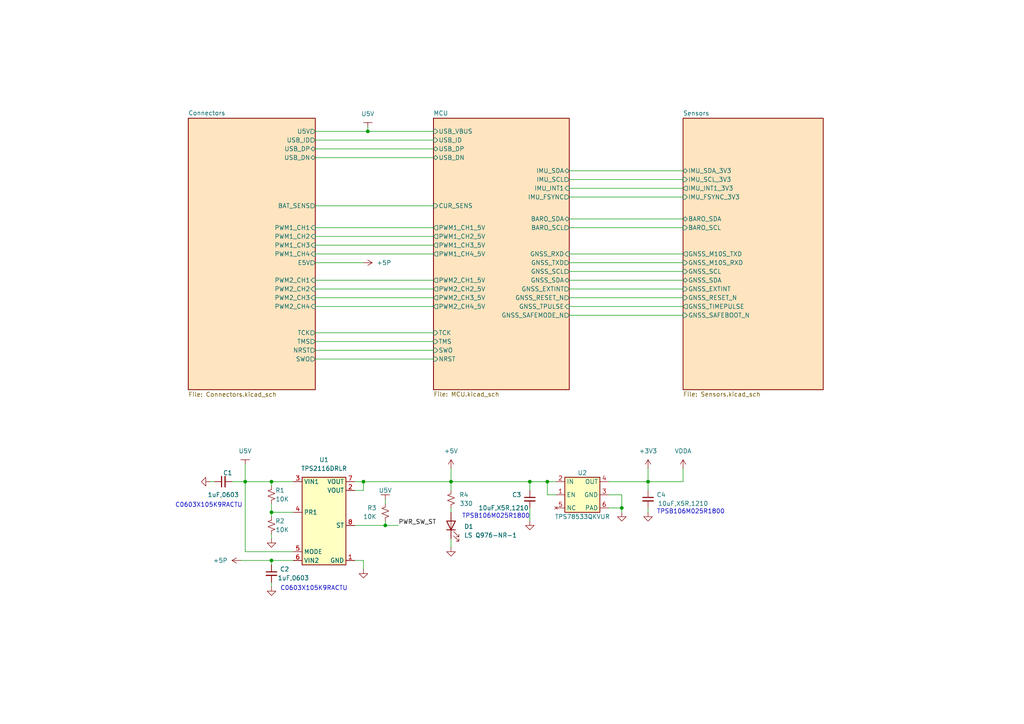
<source format=kicad_sch>
(kicad_sch (version 20230121) (generator eeschema)
  (paper "A4")
  (title_block (title "Flight Control Board") (date "2023-08-12") (rev "0.1"))
  (lib_symbols
    (symbol "Device:C_Small" (pin_numbers hide) (pin_names (offset 0.254) hide)
      (property "Reference" "C" (at 0.254 1.778 0))
      (property "Value" "C_Small" (at 0.254 -2.032 0))
      (symbol "C_Small_0_1"
        (polyline (pts (xy -1.524 -0.508) (xy 1.524 -0.508)) (stroke (width 0.3302)))
        (polyline (pts (xy -1.524 0.508) (xy 1.524 0.508)) (stroke (width 0.3048)))
      )
      (symbol "C_Small_1_1"
        (pin passive line (at 0 2.54 270) (length 2.032) (name "~") (number "1"))
        (pin passive line (at 0 -2.54 90) (length 2.032) (name "~") (number "2"))
      )
    )
    (symbol "Device:LED" (pin_numbers hide) (pin_names (offset 1.016) hide)
      (property "Reference" "D" (at 0 2.54 0))
      (property "Value" "LED" (at 0 -2.54 0))
      (symbol "LED_0_1"
        (polyline (pts (xy -1.27 -1.27) (xy -1.27 1.27)) (stroke (width 0.254)))
        (polyline (pts (xy -1.27 0) (xy 1.27 0)))
        (polyline (pts (xy 1.27 -1.27) (xy 1.27 1.27) (xy -1.27 0) (xy 1.27 -1.27)) (stroke (width 0.254)))
        (polyline (pts (xy -3.048 -0.762) (xy -4.572 -2.286) (xy -3.81 -2.286) (xy -4.572 -2.286) (xy -4.572 -1.524)))
        (polyline (pts (xy -1.778 -0.762) (xy -3.302 -2.286) (xy -2.54 -2.286) (xy -3.302 -2.286) (xy -3.302 -1.524)))
      )
      (symbol "LED_1_1"
        (pin passive line (at -3.81 0 0) (length 2.54) (name "K") (number "1"))
        (pin passive line (at 3.81 0 180) (length 2.54) (name "A") (number "2"))
      )
    )
    (symbol "Device:R_Small_US" (pin_numbers hide) (pin_names (offset 0.254) hide)
      (property "Reference" "R" (at 0.762 0.508 0))
      (property "Value" "R_Small_US" (at 0.762 -1.016 0))
      (symbol "R_Small_US_1_1"
        (polyline (pts (xy 0 0) (xy 1.016 -0.381) (xy 0 -0.762) (xy -1.016 -1.143) (xy 0 -1.524)))
        (polyline (pts (xy 0 1.524) (xy 1.016 1.143) (xy 0 0.762) (xy -1.016 0.381) (xy 0 0)))
        (pin passive line (at 0 2.54 270) (length 1.016) (name "~") (number "1"))
        (pin passive line (at 0 -2.54 90) (length 1.016) (name "~") (number "2"))
      )
    )
    (symbol "Drone_FCU:TPS2116"
      (property "Reference" "U1" (at 0 11.43 0))
      (property "Value" "TPS2116DRLR" (at 0 8.89 0))
      (symbol "TPS2116_1_1"
        (rectangle (start -6.35 6.35) (end 6.35 -19.05) (stroke (width 0.254)) (fill (type background)))
        (pin power_in line (at 8.89 -17.78 180) (length 2.54) (name "GND") (number "1"))
        (pin power_out line (at 8.89 2.54 180) (length 2.54) (name "VOUT") (number "2"))
        (pin power_in line (at -8.89 5.08 0) (length 2.54) (name "VIN1") (number "3"))
        (pin input line (at -8.89 -3.81 0) (length 2.54) (name "PR1") (number "4"))
        (pin input line (at -8.89 -15.24 0) (length 2.54) (name "MODE") (number "5"))
        (pin power_in line (at -8.89 -17.78 0) (length 2.54) (name "VIN2") (number "6"))
        (pin power_out line (at 8.89 5.08 180) (length 2.54) (name "VOUT") (number "7"))
        (pin output line (at 8.89 -7.62 180) (length 2.54) (name "ST") (number "8"))
      )
    )
    (symbol "Drone_FCU:TPS78533QKVUR"
      (property "Reference" "U" (at 0 5.08 0))
      (property "Value" "TPS78533QKVUR" (at 0 -7.62 0))
      (symbol "TPS78533QKVUR_1_1"
        (rectangle (start -5.08 3.81) (end 5.08 -6.35) (stroke (width 0.254)) (fill (type background)))
        (pin input line (at -7.62 -1.27 0) (length 2.54) (name "EN") (number "1"))
        (pin input line (at -7.62 2.54 0) (length 2.54) (name "IN") (number "2"))
        (pin power_out line (at 7.62 -1.27 180) (length 2.54) (name "GND") (number "3"))
        (pin power_out line (at 7.62 2.54 180) (length 2.54) (name "OUT") (number "4"))
        (pin no_connect line (at -7.62 -5.08 0) (length 2.54) (name "NC") (number "5"))
        (pin power_out line (at 7.62 -5.08 180) (length 2.54) (name "PAD") (number "6"))
      )
    )
    (symbol "Drone_FCU:U5V" (power) (in_bom no) (on_board no)
      (property "Value" "U5V" (at 0 0 0))
      (symbol "U5V_0_1"
        (polyline (pts (xy -1.27 -1.27) (xy 1.27 -1.27)))
        (polyline (pts (xy 0 -1.27) (xy 0 -2.54)))
      )
      (symbol "U5V_1_1"
        (pin power_in line (at 0 -2.54 90) (length 0) hide (name "U5V") (number "1"))
      )
    )
    (symbol "power:+3V3" (power) (pin_names (offset 0))
      (property "Value" "+3V3" (at 0 3.556 0))
      (symbol "+3V3_0_1"
        (polyline (pts (xy -0.762 1.27) (xy 0 2.54)))
        (polyline (pts (xy 0 0) (xy 0 2.54)))
        (polyline (pts (xy 0 2.54) (xy 0.762 1.27)))
      )
      (symbol "+3V3_1_1"
        (pin power_in line (at 0 0 90) (length 0) hide (name "+3V3") (number "1"))
      )
    )
    (symbol "power:+5P" (power) (pin_names (offset 0))
      (property "Value" "+5P" (at 0 3.556 0))
      (symbol "+5P_0_1"
        (polyline (pts (xy -0.762 1.27) (xy 0 2.54)))
        (polyline (pts (xy 0 0) (xy 0 2.54)))
        (polyline (pts (xy 0 2.54) (xy 0.762 1.27)))
      )
      (symbol "+5P_1_1"
        (pin power_in line (at 0 0 90) (length 0) hide (name "+5P") (number "1"))
      )
    )
    (symbol "power:+5V" (power) (pin_names (offset 0))
      (property "Value" "+5V" (at 0 3.556 0))
      (symbol "+5V_0_1"
        (polyline (pts (xy -0.762 1.27) (xy 0 2.54)))
        (polyline (pts (xy 0 0) (xy 0 2.54)))
        (polyline (pts (xy 0 2.54) (xy 0.762 1.27)))
      )
      (symbol "+5V_1_1"
        (pin power_in line (at 0 0 90) (length 0) hide (name "+5V") (number "1"))
      )
    )
    (symbol "power:GND" (power) (pin_names (offset 0))
      (property "Value" "GND" (at 0 -3.81 0))
      (symbol "GND_0_1"
        (polyline (pts (xy 0 0) (xy 0 -1.27) (xy 1.27 -1.27) (xy 0 -2.54) (xy -1.27 -1.27) (xy 0 -1.27)))
      )
      (symbol "GND_1_1"
        (pin power_in line (at 0 0 270) (length 0) hide (name "GND") (number "1"))
      )
    )
    (symbol "power:VDDA" (power) (pin_names (offset 0))
      (property "Value" "VDDA" (at 0 3.81 0))
      (symbol "VDDA_0_1"
        (polyline (pts (xy -0.762 1.27) (xy 0 2.54)))
        (polyline (pts (xy 0 0) (xy 0 2.54)))
        (polyline (pts (xy 0 2.54) (xy 0.762 1.27)))
      )
      (symbol "VDDA_1_1"
        (pin power_in line (at 0 0 90) (length 0) hide (name "VDDA") (number "1"))
      )
    )
  )
  (junction (at 78.74 139.7))
  (junction (at 130.81 139.7))
  (junction (at 105.41 139.7))
  (junction (at 106.68 38.1))
  (junction (at 153.67 139.7))
  (junction (at 187.96 139.7))
  (junction (at 71.12 139.7))
  (junction (at 78.74 148.59))
  (junction (at 180.34 147.32))
  (junction (at 78.74 162.56))
  (junction (at 158.75 139.7))
  (junction (at 111.76 152.4))
  (wire (pts (xy 165.1 63.5) (xy 198.12 63.5)))
  (wire (pts (xy 165.1 73.66) (xy 198.12 73.66)))
  (wire (pts (xy 187.96 139.7) (xy 187.96 142.24)))
  (wire (pts (xy 71.12 134.62) (xy 71.12 139.7)))
  (wire (pts (xy 165.1 88.9) (xy 198.12 88.9)))
  (wire (pts (xy 102.87 152.4) (xy 111.76 152.4)))
  (wire (pts (xy 71.12 139.7) (xy 78.74 139.7)))
  (wire (pts (xy 78.74 162.56) (xy 85.09 162.56)))
  (wire (pts (xy 176.53 147.32) (xy 180.34 147.32)))
  (wire (pts (xy 165.1 76.2) (xy 198.12 76.2)))
  (wire (pts (xy 91.44 73.66) (xy 125.73 73.66)))
  (wire (pts (xy 91.44 88.9) (xy 125.73 88.9)))
  (wire (pts (xy 91.44 40.64) (xy 125.73 40.64)))
  (wire (pts (xy 165.1 49.53) (xy 198.12 49.53)))
  (wire (pts (xy 91.44 59.69) (xy 125.73 59.69)))
  (wire (pts (xy 105.41 142.24) (xy 105.41 139.7)))
  (wire (pts (xy 180.34 143.51) (xy 180.34 147.32)))
  (wire (pts (xy 176.53 143.51) (xy 180.34 143.51)))
  (wire (pts (xy 91.44 83.82) (xy 125.73 83.82)))
  (wire (pts (xy 78.74 139.7) (xy 85.09 139.7)))
  (wire (pts (xy 187.96 139.7) (xy 187.96 135.89)))
  (wire (pts (xy 91.44 45.72) (xy 125.73 45.72)))
  (wire (pts (xy 130.81 139.7) (xy 130.81 142.24)))
  (wire (pts (xy 165.1 54.61) (xy 198.12 54.61)))
  (wire (pts (xy 91.44 81.28) (xy 125.73 81.28)))
  (wire (pts (xy 91.44 43.18) (xy 125.73 43.18)))
  (wire (pts (xy 91.44 38.1) (xy 106.68 38.1)))
  (wire (pts (xy 102.87 142.24) (xy 105.41 142.24)))
  (wire (pts (xy 78.74 168.91) (xy 78.74 170.18)))
  (wire (pts (xy 165.1 91.44) (xy 198.12 91.44)))
  (wire (pts (xy 165.1 78.74) (xy 198.12 78.74)))
  (wire (pts (xy 106.68 38.1) (xy 125.73 38.1)))
  (wire (pts (xy 111.76 152.4) (xy 115.57 152.4)))
  (wire (pts (xy 105.41 165.1) (xy 105.41 162.56)))
  (wire (pts (xy 161.29 143.51) (xy 158.75 143.51)))
  (wire (pts (xy 91.44 76.2) (xy 105.41 76.2)))
  (wire (pts (xy 91.44 99.06) (xy 125.73 99.06)))
  (wire (pts (xy 105.41 139.7) (xy 130.81 139.7)))
  (wire (pts (xy 130.81 147.32) (xy 130.81 148.59)))
  (wire (pts (xy 165.1 52.07) (xy 198.12 52.07)))
  (wire (pts (xy 187.96 147.32) (xy 187.96 148.59)))
  (wire (pts (xy 176.53 139.7) (xy 187.96 139.7)))
  (wire (pts (xy 78.74 146.05) (xy 78.74 148.59)))
  (wire (pts (xy 130.81 139.7) (xy 153.67 139.7)))
  (wire (pts (xy 153.67 139.7) (xy 153.67 142.24)))
  (wire (pts (xy 71.12 160.02) (xy 85.09 160.02)))
  (wire (pts (xy 71.12 139.7) (xy 71.12 160.02)))
  (wire (pts (xy 69.85 162.56) (xy 78.74 162.56)))
  (wire (pts (xy 102.87 139.7) (xy 105.41 139.7)))
  (wire (pts (xy 78.74 162.56) (xy 78.74 163.83)))
  (wire (pts (xy 130.81 156.21) (xy 130.81 158.75)))
  (wire (pts (xy 91.44 96.52) (xy 125.73 96.52)))
  (wire (pts (xy 198.12 135.89) (xy 198.12 139.7)))
  (wire (pts (xy 165.1 86.36) (xy 198.12 86.36)))
  (wire (pts (xy 78.74 139.7) (xy 78.74 140.97)))
  (wire (pts (xy 111.76 144.78) (xy 111.76 146.05)))
  (wire (pts (xy 165.1 81.28) (xy 198.12 81.28)))
  (wire (pts (xy 153.67 139.7) (xy 158.75 139.7)))
  (wire (pts (xy 91.44 86.36) (xy 125.73 86.36)))
  (wire (pts (xy 78.74 148.59) (xy 78.74 149.86)))
  (wire (pts (xy 111.76 151.13) (xy 111.76 152.4)))
  (wire (pts (xy 158.75 143.51) (xy 158.75 139.7)))
  (wire (pts (xy 78.74 154.94) (xy 78.74 156.21)))
  (wire (pts (xy 106.68 36.83) (xy 106.68 38.1)))
  (wire (pts (xy 130.81 135.89) (xy 130.81 139.7)))
  (wire (pts (xy 105.41 162.56) (xy 102.87 162.56)))
  (wire (pts (xy 187.96 139.7) (xy 198.12 139.7)))
  (wire (pts (xy 165.1 83.82) (xy 198.12 83.82)))
  (wire (pts (xy 153.67 147.32) (xy 153.67 151.13)))
  (wire (pts (xy 180.34 147.32) (xy 180.34 148.59)))
  (wire (pts (xy 62.23 139.7) (xy 60.96 139.7)))
  (wire (pts (xy 91.44 101.6) (xy 125.73 101.6)))
  (wire (pts (xy 165.1 66.04) (xy 198.12 66.04)))
  (wire (pts (xy 91.44 68.58) (xy 125.73 68.58)))
  (wire (pts (xy 67.31 139.7) (xy 71.12 139.7)))
  (wire (pts (xy 91.44 66.04) (xy 125.73 66.04)))
  (wire (pts (xy 91.44 71.12) (xy 125.73 71.12)))
  (wire (pts (xy 158.75 139.7) (xy 161.29 139.7)))
  (wire (pts (xy 78.74 148.59) (xy 85.09 148.59)))
  (wire (pts (xy 91.44 104.14) (xy 125.73 104.14)))
  (wire (pts (xy 165.1 57.15) (xy 198.12 57.15)))
  (text "TPSB106M025R1800" (at 190.5 149.225 0) (effects (font (size 1.27 1.27)) (justify left bottom)))
  (text "C0603X105K9RACTU " (at 50.8 147.32 0) (effects (font (size 1.27 1.27)) (justify left bottom)))
  (text "TPSB106M025R1800" (at 133.985 150.495 0) (effects (font (size 1.27 1.27)) (justify left bottom)))
  (text "C0603X105K9RACTU " (at 81.28 171.45 0) (effects (font (size 1.27 1.27)) (justify left bottom)))
  (label "PWR_SW_ST" (at 115.57 152.4 0))
  (symbol (lib_id "Device:C_Small") (at 153.67 144.78 0) (unit 1)
    (property "Reference" "C3" (at 149.86 143.51 0))
    (property "Value" "10uF,X5R,1210" (at 146.05 147.32 0))
    (property "Footprint" "Capacitor_Tantalum_SMD:CP_EIA-3528-21_Kemet-B_Pad1.50x2.35mm_HandSolder" (effects hide))
  )
  (symbol (lib_id "power:GND") (at 105.41 165.1 0) (unit 1)
    (property "Reference" "#PWR09" (effects hide))
    (property "Value" "GND" (effects hide))
  )
  (symbol (lib_id "Device:R_Small_US") (at 130.81 144.78 0) (mirror y) (unit 1)
    (property "Reference" "R4" (at 135.89 143.51 0) (effects (justify left)))
    (property "Value" "330" (at 137.16 146.05 0) (effects (justify left)))
    (property "Footprint" "Resistor_SMD:R_0603_1608Metric_Pad0.98x0.95mm_HandSolder" (effects hide))
  )
  (symbol (lib_id "Drone_FCU:TPS78533QKVUR") (at 168.91 142.24 0) (unit 1)
    (property "Reference" "U2" (at 168.91 137.16 0))
    (property "Value" "TPS78533QKVUR" (at 168.91 149.86 0))
    (property "Footprint" "Drone_FCU:TPS78533QKVUR" (effects hide))
    (property "Datasheet" "https://www.ti.com/lit/ds/symlink/tps785-q1.pdf?HQS=dis-mous-null-mousermode-dsf-pf-null-wwe&ts=1691991767925&ref_url=https%253A%252F%252Fwww.mouser.kr%252F" (effects hide))
  )
  (symbol (lib_id "power:GND") (at 187.96 148.59 0) (unit 1)
    (property "Reference" "#PWR017" (effects hide))
    (property "Value" "GND" (effects hide))
  )
  (symbol (lib_id "Drone_FCU:U5V") (at 71.12 132.08 0) (unit 1) (in_bom no) (on_board no)
    (property "Reference" "#PWR05" (effects hide))
    (property "Value" "U5V" (at 71.12 130.81 0))
  )
  (symbol (lib_id "power:GND") (at 78.74 156.21 0) (unit 1)
    (property "Reference" "#PWR03" (effects hide))
    (property "Value" "GND" (effects hide))
  )
  (symbol (lib_id "Device:R_Small_US") (at 111.76 148.59 0) (mirror y) (unit 1)
    (property "Reference" "R3" (at 109.22 147.32 0) (effects (justify left)))
    (property "Value" "10K" (at 109.22 149.86 0) (effects (justify left)))
    (property "Footprint" "Resistor_SMD:R_0603_1608Metric_Pad0.98x0.95mm_HandSolder" (effects hide))
  )
  (symbol (lib_id "power:GND") (at 60.96 139.7 270) (unit 1)
    (property "Reference" "#PWR010" (effects hide))
    (property "Value" "GND" (effects hide))
  )
  (symbol (lib_id "power:+3V3") (at 187.96 135.89 0) (unit 1)
    (property "Reference" "#PWR016" (effects hide))
    (property "Value" "+3V3" (at 187.96 130.81 0))
  )
  (symbol (lib_id "power:+5V") (at 130.81 135.89 0) (unit 1)
    (property "Reference" "#PWR018" (effects hide))
    (property "Value" "+5V" (at 130.81 130.81 0))
  )
  (symbol (lib_id "Drone_FCU:U5V") (at 106.68 34.29 0) (unit 1) (in_bom no) (on_board no)
    (property "Reference" "#PWR06" (effects hide))
    (property "Value" "U5V" (at 106.68 33.02 0))
  )
  (symbol (lib_id "power:GND") (at 180.34 148.59 0) (unit 1)
    (property "Reference" "#PWR015" (effects hide))
    (property "Value" "GND" (effects hide))
  )
  (symbol (lib_id "Device:C_Small") (at 187.96 144.78 0) (unit 1)
    (property "Reference" "C4" (at 191.77 143.51 0))
    (property "Value" "10uF,X5R,1210" (at 198.12 146.05 0))
    (property "Footprint" "Capacitor_Tantalum_SMD:CP_EIA-3528-21_Kemet-B_Pad1.50x2.35mm_HandSolder" (effects hide))
  )
  (symbol (lib_id "power:VDDA") (at 198.12 135.89 0) (unit 1)
    (property "Reference" "#PWR025" (effects hide))
    (property "Value" "VDDA" (at 198.12 130.81 0))
  )
  (symbol (lib_id "Device:C_Small") (at 64.77 139.7 90) (unit 1)
    (property "Reference" "C1" (at 66.04 137.16 90))
    (property "Value" "1uF,0603" (at 64.77 143.51 90))
    (property "Footprint" "Capacitor_SMD:C_0603_1608Metric_Pad1.08x0.95mm_HandSolder" (effects hide))
  )
  (symbol (lib_id "Device:LED") (at 130.81 152.4 90) (unit 1)
    (property "Reference" "D1" (at 134.62 152.7175 90) (effects (justify right)))
    (property "Value" "LS Q976-NR-1" (at 134.62 155.2575 90) (effects (justify right)))
    (property "Footprint" "Capacitor_SMD:C_0603_1608Metric_Pad1.08x0.95mm_HandSolder" (effects hide))
  )
  (symbol (lib_id "power:+5P") (at 69.85 162.56 90) (unit 1)
    (property "Reference" "#PWR046" (effects hide))
    (property "Value" "+5P" (at 66.04 162.56 90) (effects (justify left)))
  )
  (symbol (lib_id "power:+5P") (at 105.41 76.2 270) (unit 1)
    (property "Reference" "#PWR020" (effects hide))
    (property "Value" "+5P" (at 109.22 76.2 90) (effects (justify left)))
  )
  (symbol (lib_id "Device:C_Small") (at 78.74 166.37 0) (unit 1)
    (property "Reference" "C2" (at 82.55 165.1 0))
    (property "Value" "1uF,0603" (at 85.09 167.64 0))
    (property "Footprint" "Capacitor_SMD:C_0603_1608Metric_Pad1.08x0.95mm_HandSolder" (effects hide))
  )
  (symbol (lib_id "Drone_FCU:TPS2116") (at 93.98 144.78 0) (unit 1)
    (property "Reference" "U1" (at 93.98 133.35 0))
    (property "Value" "TPS2116DRLR" (at 93.98 135.89 0))
    (property "Footprint" "Drone_FCU:TPS2116DRLR" (effects hide))
    (property "Datasheet" "https://www.ti.com/lit/ds/symlink/tps2116.pdf?ts=1691745082327&ref_url=https%253A%252F%252Fwww.ti.com%252Fproduct%252FTPS2116" (effects hide))
  )
  (symbol (lib_id "Device:R_Small_US") (at 78.74 143.51 0) (mirror y) (unit 1)
    (property "Reference" "R1" (at 82.55 142.24 0) (effects (justify left)))
    (property "Value" "10K" (at 83.82 144.78 0) (effects (justify left)))
    (property "Footprint" "Resistor_SMD:R_0603_1608Metric_Pad0.98x0.95mm_HandSolder" (effects hide))
  )
  (symbol (lib_id "Device:R_Small_US") (at 78.74 152.4 0) (mirror y) (unit 1)
    (property "Reference" "R2" (at 82.55 151.13 0) (effects (justify left)))
    (property "Value" "10K" (at 83.82 153.67 0) (effects (justify left)))
    (property "Footprint" "Resistor_SMD:R_0603_1608Metric_Pad0.98x0.95mm_HandSolder" (effects hide))
  )
  (symbol (lib_id "power:GND") (at 153.67 151.13 0) (unit 1)
    (property "Reference" "#PWR014" (effects hide))
    (property "Value" "GND" (effects hide))
  )
  (symbol (lib_id "power:GND") (at 78.74 170.18 0) (unit 1)
    (property "Reference" "#PWR011" (effects hide))
    (property "Value" "GND" (effects hide))
  )
  (symbol (lib_id "Drone_FCU:U5V") (at 111.76 142.24 0) (unit 1) (in_bom no) (on_board no)
    (property "Reference" "#PWR012" (effects hide))
    (property "Value" "U5V" (at 111.76 142.24 0))
  )
  (symbol (lib_id "power:GND") (at 130.81 158.75 0) (unit 1)
    (property "Reference" "#PWR013" (effects hide))
    (property "Value" "GND" (effects hide))
  )
  (sheet (at 198.12 34.29) (size 40.64 78.74) (stroke (width 0.254)) (fill (color 255 229 191 1.0000))
    (property "Sheetname" "Sensors" (at 198.12 33.5784 0) (effects (justify left bottom)))
    (property "Sheetfile" "Sensors.kicad_sch" (at 198.12 113.6146 0) (effects (justify left top)))
    (pin "BARO_SDA" bidirectional (at 198.12 63.5 180))
    (pin "BARO_SCL" input (at 198.12 66.04 180))
    (pin "GNSS_SDA" bidirectional (at 198.12 81.28 180))
    (pin "GNSS_SCL" input (at 198.12 78.74 180))
    (pin "GNSS_EXTINT" input (at 198.12 83.82 180))
    (pin "GNSS_RESET_N" input (at 198.12 86.36 180))
    (pin "GNSS_M10S_RXD" input (at 198.12 76.2 180))
    (pin "GNSS_M10S_TXD" output (at 198.12 73.66 180))
    (pin "GNSS_TIMEPULSE" output (at 198.12 88.9 180))
    (pin "GNSS_SAFEBOOT_N" input (at 198.12 91.44 180))
    (pin "IMU_FSYNC_3V3" input (at 198.12 57.15 180))
    (pin "IMU_SCL_3V3" input (at 198.12 52.07 180))
    (pin "IMU_SDA_3V3" bidirectional (at 198.12 49.53 180))
    (pin "IMU_INT1_3V3" output (at 198.12 54.61 180))
  )
  (sheet (at 54.61 34.29) (size 36.83 78.74) (stroke (width 0.254)) (fill (color 255 229 191 1.0000))
    (property "Sheetname" "Connectors" (at 54.61 33.5276 0) (effects (justify left bottom)))
    (property "Sheetfile" "Connectors.kicad_sch" (at 54.61 113.6654 0) (effects (justify left top)))
    (pin "PWM1_CH4" input (at 91.44 73.66 0))
    (pin "PWM1_CH1" input (at 91.44 66.04 0))
    (pin "PWM1_CH2" input (at 91.44 68.58 0))
    (pin "PWM1_CH3" input (at 91.44 71.12 0))
    (pin "E5V" output (at 91.44 76.2 0))
    (pin "USB_ID" output (at 91.44 40.64 0))
    (pin "U5V" output (at 91.44 38.1 0))
    (pin "USB_DP" bidirectional (at 91.44 43.18 0))
    (pin "USB_DN" bidirectional (at 91.44 45.72 0))
    (pin "BAT_SENS" output (at 91.44 59.69 0))
    (pin "TCK" output (at 91.44 96.52 0))
    (pin "TMS" output (at 91.44 99.06 0))
    (pin "SWO" output (at 91.44 104.14 0))
    (pin "NRST" output (at 91.44 101.6 0))
    (pin "PWM2_CH2" input (at 91.44 83.82 0))
    (pin "PWM2_CH1" input (at 91.44 81.28 0))
    (pin "PWM2_CH3" input (at 91.44 86.36 0))
    (pin "PWM2_CH4" input (at 91.44 88.9 0))
  )
  (sheet (at 125.73 34.29) (size 39.37 78.74) (stroke (width 0.254)) (fill (color 255 229 191 1.0000))
    (property "Sheetname" "MCU" (at 125.73 33.5784 0) (effects (justify left bottom)))
    (property "Sheetfile" "MCU.kicad_sch" (at 125.73 113.6146 0) (effects (justify left top)))
    (pin "NRST" input (at 125.73 104.14 180))
    (pin "SWO" input (at 125.73 101.6 180))
    (pin "TCK" input (at 125.73 96.52 180))
    (pin "TMS" input (at 125.73 99.06 180))
    (pin "USB_ID" input (at 125.73 40.64 180))
    (pin "USB_DP" bidirectional (at 125.73 43.18 180))
    (pin "USB_DN" bidirectional (at 125.73 45.72 180))
    (pin "USB_VBUS" input (at 125.73 38.1 180))
    (pin "CUR_SENS" input (at 125.73 59.69 180))
    (pin "IMU_SDA" bidirectional (at 165.1 49.53 0))
    (pin "IMU_SCL" output (at 165.1 52.07 0))
    (pin "IMU_INT1" input (at 165.1 54.61 0))
    (pin "IMU_FSYNC" output (at 165.1 57.15 0))
    (pin "BARO_SDA" bidirectional (at 165.1 63.5 0))
    (pin "BARO_SCL" output (at 165.1 66.04 0))
    (pin "GNSS_RXD" input (at 165.1 73.66 0))
    (pin "GNSS_TXD" output (at 165.1 76.2 0))
    (pin "GNSS_SCL" output (at 165.1 78.74 0))
    (pin "GNSS_SDA" bidirectional (at 165.1 81.28 0))
    (pin "GNSS_EXTINT" output (at 165.1 83.82 0))
    (pin "GNSS_RESET_N" output (at 165.1 86.36 0))
    (pin "GNSS_TPULSE" input (at 165.1 88.9 0))
    (pin "GNSS_SAFEMODE_N" output (at 165.1 91.44 0))
    (pin "PWM1_CH3_5V" output (at 125.73 71.12 180))
    (pin "PWM1_CH2_5V" output (at 125.73 68.58 180))
    (pin "PWM1_CH1_5V" output (at 125.73 66.04 180))
    (pin "PWM1_CH4_5V" output (at 125.73 73.66 180))
    (pin "PWM2_CH2_5V" output (at 125.73 83.82 180))
    (pin "PWM2_CH3_5V" output (at 125.73 86.36 180))
    (pin "PWM2_CH1_5V" output (at 125.73 81.28 180))
    (pin "PWM2_CH4_5V" output (at 125.73 88.9 180))
  )
)
</source>
